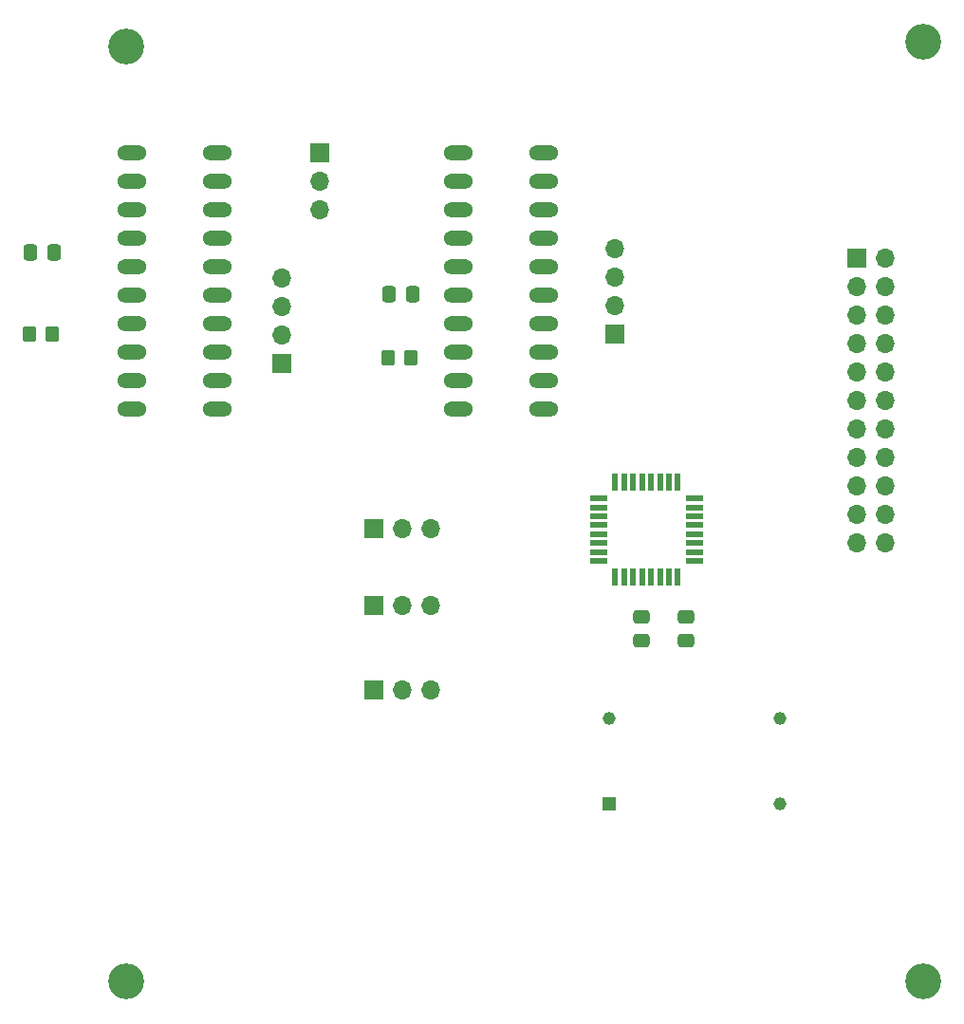
<source format=gbr>
%TF.GenerationSoftware,KiCad,Pcbnew,(6.0.1)*%
%TF.CreationDate,2022-03-29T06:33:39-05:00*%
%TF.ProjectId,microcontroller_board,6d696372-6f63-46f6-9e74-726f6c6c6572,rev?*%
%TF.SameCoordinates,Original*%
%TF.FileFunction,Soldermask,Top*%
%TF.FilePolarity,Negative*%
%FSLAX46Y46*%
G04 Gerber Fmt 4.6, Leading zero omitted, Abs format (unit mm)*
G04 Created by KiCad (PCBNEW (6.0.1)) date 2022-03-29 06:33:39*
%MOMM*%
%LPD*%
G01*
G04 APERTURE LIST*
G04 Aperture macros list*
%AMRoundRect*
0 Rectangle with rounded corners*
0 $1 Rounding radius*
0 $2 $3 $4 $5 $6 $7 $8 $9 X,Y pos of 4 corners*
0 Add a 4 corners polygon primitive as box body*
4,1,4,$2,$3,$4,$5,$6,$7,$8,$9,$2,$3,0*
0 Add four circle primitives for the rounded corners*
1,1,$1+$1,$2,$3*
1,1,$1+$1,$4,$5*
1,1,$1+$1,$6,$7*
1,1,$1+$1,$8,$9*
0 Add four rect primitives between the rounded corners*
20,1,$1+$1,$2,$3,$4,$5,0*
20,1,$1+$1,$4,$5,$6,$7,0*
20,1,$1+$1,$6,$7,$8,$9,0*
20,1,$1+$1,$8,$9,$2,$3,0*%
G04 Aperture macros list end*
%ADD10R,1.700000X1.700000*%
%ADD11O,1.700000X1.700000*%
%ADD12C,1.158000*%
%ADD13R,1.158000X1.158000*%
%ADD14R,0.550000X1.600000*%
%ADD15R,1.600000X0.550000*%
%ADD16RoundRect,0.250000X-0.350000X-0.450000X0.350000X-0.450000X0.350000X0.450000X-0.350000X0.450000X0*%
%ADD17O,2.641600X1.320800*%
%ADD18C,3.200001*%
%ADD19C,3.200000*%
%ADD20RoundRect,0.250000X-0.475000X0.337500X-0.475000X-0.337500X0.475000X-0.337500X0.475000X0.337500X0*%
%ADD21RoundRect,0.250000X0.475000X-0.337500X0.475000X0.337500X-0.475000X0.337500X-0.475000X-0.337500X0*%
%ADD22RoundRect,0.250000X-0.337500X-0.475000X0.337500X-0.475000X0.337500X0.475000X-0.337500X0.475000X0*%
G04 APERTURE END LIST*
D10*
%TO.C,J7*%
X173101000Y-61214000D03*
D11*
X175641000Y-61214000D03*
X173101000Y-63754000D03*
X175641000Y-63754000D03*
X173101000Y-66294000D03*
X175641000Y-66294000D03*
X173101000Y-68834000D03*
X175641000Y-68834000D03*
X173101000Y-71374000D03*
X175641000Y-71374000D03*
X173101000Y-73914000D03*
X175641000Y-73914000D03*
X173101000Y-76454000D03*
X175641000Y-76454000D03*
X173101000Y-78994000D03*
X175641000Y-78994000D03*
X173101000Y-81534000D03*
X175641000Y-81534000D03*
X173101000Y-84074000D03*
X175641000Y-84074000D03*
X173101000Y-86614000D03*
X175641000Y-86614000D03*
%TD*%
%TO.C,J6*%
X151511000Y-60325000D03*
X151511000Y-62865000D03*
X151511000Y-65405000D03*
D10*
X151511000Y-67945000D03*
%TD*%
%TO.C,J5*%
X121793000Y-70612000D03*
D11*
X121793000Y-68072000D03*
X121793000Y-65532000D03*
X121793000Y-62992000D03*
%TD*%
%TO.C,J4*%
X135128000Y-99695000D03*
X132588000Y-99695000D03*
D10*
X130048000Y-99695000D03*
%TD*%
%TO.C,J3*%
X130048000Y-92202000D03*
D11*
X132588000Y-92202000D03*
X135128000Y-92202000D03*
%TD*%
D10*
%TO.C,J2*%
X130048000Y-85344000D03*
D11*
X132588000Y-85344000D03*
X135128000Y-85344000D03*
%TD*%
D10*
%TO.C,J1*%
X125222000Y-51816000D03*
D11*
X125222000Y-54356000D03*
X125222000Y-56896000D03*
%TD*%
D12*
%TO.C,Y1*%
X151003000Y-102235000D03*
X166243000Y-102235000D03*
X166243000Y-109855000D03*
D13*
X151003000Y-109855000D03*
%TD*%
D14*
%TO.C,U1*%
X151575000Y-89662000D03*
X152375000Y-89662000D03*
X153175000Y-89662000D03*
X153975000Y-89662000D03*
X154775000Y-89662000D03*
X155575000Y-89662000D03*
X156375000Y-89662000D03*
X157175000Y-89662000D03*
D15*
X158625000Y-88212000D03*
X158625000Y-87412000D03*
X158625000Y-86612000D03*
X158625000Y-85812000D03*
X158625000Y-85012000D03*
X158625000Y-84212000D03*
X158625000Y-83412000D03*
X158625000Y-82612000D03*
D14*
X157175000Y-81162000D03*
X156375000Y-81162000D03*
X155575000Y-81162000D03*
X154775000Y-81162000D03*
X153975000Y-81162000D03*
X153175000Y-81162000D03*
X152375000Y-81162000D03*
X151575000Y-81162000D03*
D15*
X150125000Y-82612000D03*
X150125000Y-83412000D03*
X150125000Y-84212000D03*
X150125000Y-85012000D03*
X150125000Y-85812000D03*
X150125000Y-86612000D03*
X150125000Y-87412000D03*
X150125000Y-88212000D03*
%TD*%
D16*
%TO.C,R2*%
X131350000Y-70104000D03*
X133350000Y-70104000D03*
%TD*%
%TO.C,R1*%
X101330000Y-67945000D03*
X99330000Y-67945000D03*
%TD*%
D17*
%TO.C,IC2*%
X145161000Y-51816000D03*
X145161000Y-54356000D03*
X145161000Y-56896000D03*
X145161000Y-59436000D03*
X145161000Y-61976000D03*
X145161000Y-64516000D03*
X145161000Y-67056000D03*
X145161000Y-69596000D03*
X145161000Y-72136000D03*
X145161000Y-74676000D03*
X137541000Y-74676000D03*
X137541000Y-72136000D03*
X137541000Y-61976000D03*
X137541000Y-64516000D03*
X137541000Y-59436000D03*
X137541000Y-56896000D03*
X137541000Y-69596000D03*
X137541000Y-67056000D03*
X137541000Y-54356000D03*
X137541000Y-51816000D03*
%TD*%
%TO.C,IC1*%
X108458000Y-51816000D03*
X108458000Y-54356000D03*
X108458000Y-67056000D03*
X108458000Y-69596000D03*
X108458000Y-56896000D03*
X108458000Y-59436000D03*
X108458000Y-64516000D03*
X108458000Y-61976000D03*
X108458000Y-72136000D03*
X108458000Y-74676000D03*
X116078000Y-74676000D03*
X116078000Y-72136000D03*
X116078000Y-69596000D03*
X116078000Y-67056000D03*
X116078000Y-64516000D03*
X116078000Y-61976000D03*
X116078000Y-59436000D03*
X116078000Y-56896000D03*
X116078000Y-54356000D03*
X116078000Y-51816000D03*
%TD*%
D18*
%TO.C,H4*%
X179070000Y-125730000D03*
%TD*%
%TO.C,H3*%
X107950000Y-125730000D03*
%TD*%
D19*
%TO.C,H2*%
X179070000Y-41910000D03*
%TD*%
D18*
%TO.C,H1*%
X107950000Y-42291000D03*
%TD*%
D20*
%TO.C,C4*%
X153924000Y-93218000D03*
X153924000Y-95293000D03*
%TD*%
D21*
%TO.C,C3*%
X157861000Y-95293000D03*
X157861000Y-93218000D03*
%TD*%
D22*
%TO.C,C2*%
X131402000Y-64389000D03*
X133477000Y-64389000D03*
%TD*%
%TO.C,C1*%
X99419500Y-60706000D03*
X101494500Y-60706000D03*
%TD*%
M02*

</source>
